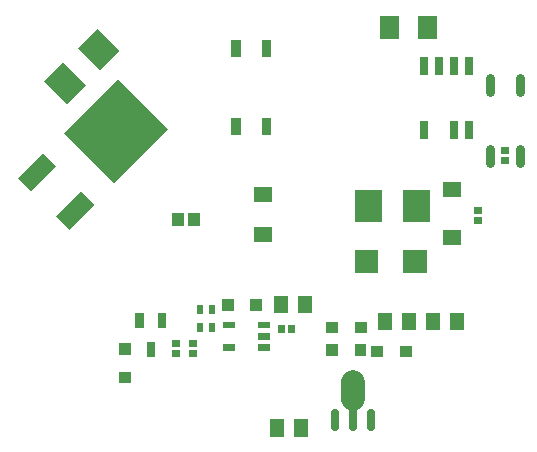
<source format=gbp>
G04 Layer: BottomPasteMaskLayer*
G04 EasyEDA v6.3.22, 2020-02-05T09:45:25+02:00*
G04 0beb7f22875c416991f5e4e823d3f9f6,afbe6106ea7c444a8181c1b12ab228e2,10*
G04 Gerber Generator version 0.2*
G04 Scale: 100 percent, Rotated: No, Reflected: No *
G04 Dimensions in inches *
G04 leading zeros omitted , absolute positions ,2 integer and 4 decimal *
%FSLAX24Y24*%
%MOIN*%
G90*
G70D02*

%ADD29C,0.078740*%
%ADD32C,0.027559*%
%ADD33C,0.031496*%

%LPD*%
G54D29*
G01X11386Y2198D02*
G01X11386Y2788D01*
G54D32*
G01X11386Y1272D02*
G01X11386Y1824D01*
G01X10795Y1273D02*
G01X10795Y1745D01*
G01X11977Y1273D02*
G01X11977Y1745D01*
G54D33*
G01X16936Y10076D02*
G01X16936Y10548D01*
G01X15936Y10076D02*
G01X15936Y10548D01*
G01X15936Y12438D02*
G01X15936Y12910D01*
G01X16936Y12438D02*
G01X16936Y12910D01*
G36*
G01X13953Y9179D02*
G01X13051Y9179D01*
G01X13051Y8108D01*
G01X13953Y8108D01*
G01X13953Y9179D01*
G37*
G36*
G01X12358Y9179D02*
G01X11457Y9179D01*
G01X11457Y8108D01*
G01X12358Y8108D01*
G01X12358Y9179D01*
G37*
G36*
G01X8607Y957D02*
G01X9064Y957D01*
G01X9064Y1528D01*
G01X8607Y1528D01*
G01X8607Y957D01*
G37*
G36*
G01X9407Y957D02*
G01X9864Y957D01*
G01X9864Y1528D01*
G01X9407Y1528D01*
G01X9407Y957D01*
G37*
G36*
G01X7048Y4775D02*
G01X7048Y4559D01*
G01X7442Y4559D01*
G01X7442Y4775D01*
G01X7048Y4775D01*
G37*
G36*
G01X7048Y4027D02*
G01X7048Y3811D01*
G01X7442Y3811D01*
G01X7442Y4027D01*
G01X7048Y4027D01*
G37*
G36*
G01X8229Y4027D02*
G01X8229Y3811D01*
G01X8623Y3811D01*
G01X8623Y4027D01*
G01X8229Y4027D01*
G37*
G36*
G01X8229Y4401D02*
G01X8229Y4185D01*
G01X8623Y4185D01*
G01X8623Y4401D01*
G01X8229Y4401D01*
G37*
G36*
G01X8229Y4775D02*
G01X8229Y4559D01*
G01X8623Y4559D01*
G01X8623Y4775D01*
G01X8229Y4775D01*
G37*
G36*
G01X9120Y4671D02*
G01X8884Y4671D01*
G01X8884Y4415D01*
G01X9120Y4415D01*
G01X9120Y4671D01*
G37*
G36*
G01X9454Y4671D02*
G01X9218Y4671D01*
G01X9218Y4415D01*
G01X9454Y4415D01*
G01X9454Y4671D01*
G37*
G36*
G01X5358Y3844D02*
G01X5358Y3608D01*
G01X5614Y3608D01*
G01X5614Y3844D01*
G01X5358Y3844D01*
G37*
G36*
G01X5358Y4178D02*
G01X5358Y3942D01*
G01X5614Y3942D01*
G01X5614Y4178D01*
G01X5358Y4178D01*
G37*
G36*
G01X5908Y3844D02*
G01X5908Y3608D01*
G01X6164Y3608D01*
G01X6164Y3844D01*
G01X5908Y3844D01*
G37*
G36*
G01X5908Y4178D02*
G01X5908Y3942D01*
G01X6164Y3942D01*
G01X6164Y4178D01*
G01X5908Y4178D01*
G37*
G36*
G01X15408Y8261D02*
G01X15408Y8025D01*
G01X15664Y8025D01*
G01X15664Y8261D01*
G01X15408Y8261D01*
G37*
G36*
G01X15408Y8595D02*
G01X15408Y8359D01*
G01X15664Y8359D01*
G01X15664Y8595D01*
G01X15408Y8595D01*
G37*
G36*
G01X16308Y10261D02*
G01X16308Y10025D01*
G01X16564Y10025D01*
G01X16564Y10261D01*
G01X16308Y10261D01*
G37*
G36*
G01X16308Y10595D02*
G01X16308Y10359D01*
G01X16564Y10359D01*
G01X16564Y10595D01*
G01X16308Y10595D01*
G37*
G36*
G01X6581Y5035D02*
G01X6778Y5035D01*
G01X6778Y5350D01*
G01X6581Y5350D01*
G01X6581Y5035D01*
G37*
G36*
G01X6187Y5035D02*
G01X6384Y5035D01*
G01X6384Y5350D01*
G01X6187Y5350D01*
G01X6187Y5035D01*
G37*
G36*
G01X6584Y4435D02*
G01X6781Y4435D01*
G01X6781Y4750D01*
G01X6584Y4750D01*
G01X6584Y4435D01*
G37*
G36*
G01X6190Y4435D02*
G01X6387Y4435D01*
G01X6387Y4750D01*
G01X6190Y4750D01*
G01X6190Y4435D01*
G37*
G36*
G01X13333Y3990D02*
G01X12939Y3990D01*
G01X12939Y3596D01*
G01X13333Y3596D01*
G01X13333Y3990D01*
G37*
G36*
G01X12388Y3990D02*
G01X11994Y3990D01*
G01X11994Y3596D01*
G01X12388Y3596D01*
G01X12388Y3990D01*
G37*
G36*
G01X11833Y4790D02*
G01X11439Y4790D01*
G01X11439Y4396D01*
G01X11833Y4396D01*
G01X11833Y4790D01*
G37*
G36*
G01X10888Y4790D02*
G01X10494Y4790D01*
G01X10494Y4396D01*
G01X10888Y4396D01*
G01X10888Y4790D01*
G37*
G36*
G01X10489Y3646D02*
G01X10882Y3646D01*
G01X10882Y4040D01*
G01X10489Y4040D01*
G01X10489Y3646D01*
G37*
G36*
G01X11434Y3646D02*
G01X11827Y3646D01*
G01X11827Y4040D01*
G01X11434Y4040D01*
G01X11434Y3646D01*
G37*
G36*
G01X8355Y5540D02*
G01X7961Y5540D01*
G01X7961Y5146D01*
G01X8355Y5146D01*
G01X8355Y5540D01*
G37*
G36*
G01X7410Y5540D02*
G01X7016Y5540D01*
G01X7016Y5146D01*
G01X7410Y5146D01*
G01X7410Y5540D01*
G37*
G36*
G01X3589Y4062D02*
G01X3589Y3669D01*
G01X3983Y3669D01*
G01X3983Y4062D01*
G01X3589Y4062D01*
G37*
G36*
G01X3589Y3117D02*
G01X3589Y2724D01*
G01X3983Y2724D01*
G01X3983Y3117D01*
G01X3589Y3117D01*
G37*
G36*
G01X14396Y9453D02*
G01X14396Y8953D01*
G01X14975Y8953D01*
G01X14975Y9453D01*
G01X14396Y9453D01*
G37*
G36*
G01X14396Y7833D02*
G01X14396Y7333D01*
G01X14975Y7333D01*
G01X14975Y7833D01*
G01X14396Y7833D01*
G37*
G36*
G01X2840Y14554D02*
G01X2202Y13917D01*
G01X2959Y13159D01*
G01X3597Y13797D01*
G01X2840Y14554D01*
G37*
G36*
G01X1712Y13427D02*
G01X1075Y12789D01*
G01X1832Y12032D01*
G01X2469Y12669D01*
G01X1712Y13427D01*
G37*
G36*
G01X8681Y8776D02*
G01X8681Y9287D01*
G01X8090Y9287D01*
G01X8090Y8776D01*
G01X8681Y8776D01*
G37*
G36*
G01X8681Y7437D02*
G01X8681Y7949D01*
G01X8090Y7949D01*
G01X8090Y7437D01*
G01X8681Y7437D01*
G37*
G36*
G01X7318Y14187D02*
G01X7318Y13597D01*
G01X7638Y13597D01*
G01X7638Y14187D01*
G01X7318Y14187D01*
G37*
G36*
G01X8334Y14187D02*
G01X8334Y13597D01*
G01X8654Y13597D01*
G01X8654Y14187D01*
G01X8334Y14187D01*
G37*
G36*
G01X8334Y11589D02*
G01X8334Y10998D01*
G01X8654Y10998D01*
G01X8654Y11589D01*
G01X8334Y11589D01*
G37*
G36*
G01X7318Y11589D02*
G01X7318Y10998D01*
G01X7638Y10998D01*
G01X7638Y11589D01*
G01X7318Y11589D01*
G37*
G36*
G01X13052Y6399D02*
G01X13839Y6399D01*
G01X13839Y7187D01*
G01X13052Y7187D01*
G01X13052Y6399D01*
G37*
G36*
G01X11432Y6399D02*
G01X12219Y6399D01*
G01X12219Y7187D01*
G01X11432Y7187D01*
G01X11432Y6399D01*
G37*
G36*
G01X4773Y4097D02*
G01X4498Y4097D01*
G01X4498Y3605D01*
G01X4773Y3605D01*
G01X4773Y4097D01*
G37*
G36*
G01X5147Y5081D02*
G01X4872Y5081D01*
G01X4872Y4589D01*
G01X5147Y4589D01*
G01X5147Y5081D01*
G37*
G36*
G01X4399Y5081D02*
G01X4124Y5081D01*
G01X4124Y4589D01*
G01X4399Y4589D01*
G01X4399Y5081D01*
G37*
G36*
G01X197Y9572D02*
G01X642Y9126D01*
G01X1478Y9962D01*
G01X1033Y10408D01*
G01X197Y9572D01*
G37*
G36*
G01X2748Y8688D02*
G01X2303Y9133D01*
G01X1468Y8298D01*
G01X1913Y7853D01*
G01X2748Y8688D01*
G37*
G36*
G01X5226Y11213D02*
G01X3555Y12883D01*
G01X1746Y11073D01*
G01X3416Y9403D01*
G01X5226Y11213D01*
G37*
G36*
G01X15364Y11477D02*
G01X15108Y11477D01*
G01X15108Y10867D01*
G01X15364Y10867D01*
G01X15364Y11477D01*
G37*
G36*
G01X14864Y11477D02*
G01X14608Y11477D01*
G01X14608Y10867D01*
G01X14864Y10867D01*
G01X14864Y11477D01*
G37*
G36*
G01X13864Y11477D02*
G01X13608Y11477D01*
G01X13608Y10867D01*
G01X13864Y10867D01*
G01X13864Y11477D01*
G37*
G36*
G01X13864Y13619D02*
G01X13608Y13619D01*
G01X13608Y13009D01*
G01X13864Y13009D01*
G01X13864Y13619D01*
G37*
G36*
G01X14364Y13619D02*
G01X14108Y13619D01*
G01X14108Y13009D01*
G01X14364Y13009D01*
G01X14364Y13619D01*
G37*
G36*
G01X14864Y13619D02*
G01X14608Y13619D01*
G01X14608Y13009D01*
G01X14864Y13009D01*
G01X14864Y13619D01*
G37*
G36*
G01X15364Y13619D02*
G01X15108Y13619D01*
G01X15108Y13009D01*
G01X15364Y13009D01*
G01X15364Y13619D01*
G37*
G36*
G01X10014Y5628D02*
G01X9557Y5628D01*
G01X9557Y5058D01*
G01X10014Y5058D01*
G01X10014Y5628D01*
G37*
G36*
G01X9214Y5628D02*
G01X8757Y5628D01*
G01X8757Y5058D01*
G01X9214Y5058D01*
G01X9214Y5628D01*
G37*
G36*
G01X12207Y4508D02*
G01X12664Y4508D01*
G01X12664Y5078D01*
G01X12207Y5078D01*
G01X12207Y4508D01*
G37*
G36*
G01X13007Y4508D02*
G01X13464Y4508D01*
G01X13464Y5078D01*
G01X13007Y5078D01*
G01X13007Y4508D01*
G37*
G36*
G01X13807Y4508D02*
G01X14264Y4508D01*
G01X14264Y5078D01*
G01X13807Y5078D01*
G01X13807Y4508D01*
G37*
G36*
G01X14607Y4508D02*
G01X15064Y4508D01*
G01X15064Y5078D01*
G01X14607Y5078D01*
G01X14607Y4508D01*
G37*
G36*
G01X6283Y8410D02*
G01X5889Y8410D01*
G01X5889Y7976D01*
G01X6283Y7976D01*
G01X6283Y8410D01*
G37*
G36*
G01X5731Y8410D02*
G01X5338Y8410D01*
G01X5338Y7976D01*
G01X5731Y7976D01*
G01X5731Y8410D01*
G37*
G36*
G01X14181Y14987D02*
G01X13551Y14987D01*
G01X13551Y14199D01*
G01X14181Y14199D01*
G01X14181Y14987D01*
G37*
G36*
G01X12921Y14987D02*
G01X12291Y14987D01*
G01X12291Y14199D01*
G01X12921Y14199D01*
G01X12921Y14987D01*
G37*
M00*
M02*

</source>
